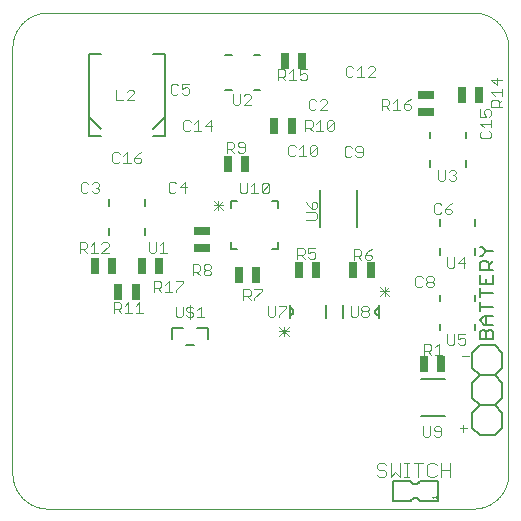
<source format=gto>
G75*
%MOIN*%
%OFA0B0*%
%FSLAX25Y25*%
%IPPOS*%
%LPD*%
%AMOC8*
5,1,8,0,0,1.08239X$1,22.5*
%
%ADD10C,0.00000*%
%ADD11C,0.00300*%
%ADD12C,0.00600*%
%ADD13C,0.00500*%
%ADD14C,0.00400*%
%ADD15R,0.02559X0.05512*%
%ADD16R,0.05512X0.02559*%
%ADD17C,0.00800*%
%ADD18C,0.00100*%
D10*
X0001000Y0012811D02*
X0001000Y0154543D01*
X0001003Y0154828D01*
X0001014Y0155114D01*
X0001031Y0155399D01*
X0001055Y0155683D01*
X0001086Y0155967D01*
X0001124Y0156250D01*
X0001169Y0156531D01*
X0001220Y0156812D01*
X0001278Y0157092D01*
X0001343Y0157370D01*
X0001415Y0157646D01*
X0001493Y0157920D01*
X0001578Y0158193D01*
X0001670Y0158463D01*
X0001768Y0158731D01*
X0001872Y0158997D01*
X0001983Y0159260D01*
X0002100Y0159520D01*
X0002223Y0159778D01*
X0002353Y0160032D01*
X0002489Y0160283D01*
X0002630Y0160531D01*
X0002778Y0160775D01*
X0002931Y0161016D01*
X0003091Y0161252D01*
X0003256Y0161485D01*
X0003426Y0161714D01*
X0003602Y0161939D01*
X0003784Y0162159D01*
X0003970Y0162375D01*
X0004162Y0162586D01*
X0004359Y0162793D01*
X0004561Y0162995D01*
X0004768Y0163192D01*
X0004979Y0163384D01*
X0005195Y0163570D01*
X0005415Y0163752D01*
X0005640Y0163928D01*
X0005869Y0164098D01*
X0006102Y0164263D01*
X0006338Y0164423D01*
X0006579Y0164576D01*
X0006823Y0164724D01*
X0007071Y0164865D01*
X0007322Y0165001D01*
X0007576Y0165131D01*
X0007834Y0165254D01*
X0008094Y0165371D01*
X0008357Y0165482D01*
X0008623Y0165586D01*
X0008891Y0165684D01*
X0009161Y0165776D01*
X0009434Y0165861D01*
X0009708Y0165939D01*
X0009984Y0166011D01*
X0010262Y0166076D01*
X0010542Y0166134D01*
X0010823Y0166185D01*
X0011104Y0166230D01*
X0011387Y0166268D01*
X0011671Y0166299D01*
X0011955Y0166323D01*
X0012240Y0166340D01*
X0012526Y0166351D01*
X0012811Y0166354D01*
X0154543Y0166354D01*
X0154828Y0166351D01*
X0155114Y0166340D01*
X0155399Y0166323D01*
X0155683Y0166299D01*
X0155967Y0166268D01*
X0156250Y0166230D01*
X0156531Y0166185D01*
X0156812Y0166134D01*
X0157092Y0166076D01*
X0157370Y0166011D01*
X0157646Y0165939D01*
X0157920Y0165861D01*
X0158193Y0165776D01*
X0158463Y0165684D01*
X0158731Y0165586D01*
X0158997Y0165482D01*
X0159260Y0165371D01*
X0159520Y0165254D01*
X0159778Y0165131D01*
X0160032Y0165001D01*
X0160283Y0164865D01*
X0160531Y0164724D01*
X0160775Y0164576D01*
X0161016Y0164423D01*
X0161252Y0164263D01*
X0161485Y0164098D01*
X0161714Y0163928D01*
X0161939Y0163752D01*
X0162159Y0163570D01*
X0162375Y0163384D01*
X0162586Y0163192D01*
X0162793Y0162995D01*
X0162995Y0162793D01*
X0163192Y0162586D01*
X0163384Y0162375D01*
X0163570Y0162159D01*
X0163752Y0161939D01*
X0163928Y0161714D01*
X0164098Y0161485D01*
X0164263Y0161252D01*
X0164423Y0161016D01*
X0164576Y0160775D01*
X0164724Y0160531D01*
X0164865Y0160283D01*
X0165001Y0160032D01*
X0165131Y0159778D01*
X0165254Y0159520D01*
X0165371Y0159260D01*
X0165482Y0158997D01*
X0165586Y0158731D01*
X0165684Y0158463D01*
X0165776Y0158193D01*
X0165861Y0157920D01*
X0165939Y0157646D01*
X0166011Y0157370D01*
X0166076Y0157092D01*
X0166134Y0156812D01*
X0166185Y0156531D01*
X0166230Y0156250D01*
X0166268Y0155967D01*
X0166299Y0155683D01*
X0166323Y0155399D01*
X0166340Y0155114D01*
X0166351Y0154828D01*
X0166354Y0154543D01*
X0166354Y0012811D01*
X0166351Y0012526D01*
X0166340Y0012240D01*
X0166323Y0011955D01*
X0166299Y0011671D01*
X0166268Y0011387D01*
X0166230Y0011104D01*
X0166185Y0010823D01*
X0166134Y0010542D01*
X0166076Y0010262D01*
X0166011Y0009984D01*
X0165939Y0009708D01*
X0165861Y0009434D01*
X0165776Y0009161D01*
X0165684Y0008891D01*
X0165586Y0008623D01*
X0165482Y0008357D01*
X0165371Y0008094D01*
X0165254Y0007834D01*
X0165131Y0007576D01*
X0165001Y0007322D01*
X0164865Y0007071D01*
X0164724Y0006823D01*
X0164576Y0006579D01*
X0164423Y0006338D01*
X0164263Y0006102D01*
X0164098Y0005869D01*
X0163928Y0005640D01*
X0163752Y0005415D01*
X0163570Y0005195D01*
X0163384Y0004979D01*
X0163192Y0004768D01*
X0162995Y0004561D01*
X0162793Y0004359D01*
X0162586Y0004162D01*
X0162375Y0003970D01*
X0162159Y0003784D01*
X0161939Y0003602D01*
X0161714Y0003426D01*
X0161485Y0003256D01*
X0161252Y0003091D01*
X0161016Y0002931D01*
X0160775Y0002778D01*
X0160531Y0002630D01*
X0160283Y0002489D01*
X0160032Y0002353D01*
X0159778Y0002223D01*
X0159520Y0002100D01*
X0159260Y0001983D01*
X0158997Y0001872D01*
X0158731Y0001768D01*
X0158463Y0001670D01*
X0158193Y0001578D01*
X0157920Y0001493D01*
X0157646Y0001415D01*
X0157370Y0001343D01*
X0157092Y0001278D01*
X0156812Y0001220D01*
X0156531Y0001169D01*
X0156250Y0001124D01*
X0155967Y0001086D01*
X0155683Y0001055D01*
X0155399Y0001031D01*
X0155114Y0001014D01*
X0154828Y0001003D01*
X0154543Y0001000D01*
X0012811Y0001000D01*
X0012526Y0001003D01*
X0012240Y0001014D01*
X0011955Y0001031D01*
X0011671Y0001055D01*
X0011387Y0001086D01*
X0011104Y0001124D01*
X0010823Y0001169D01*
X0010542Y0001220D01*
X0010262Y0001278D01*
X0009984Y0001343D01*
X0009708Y0001415D01*
X0009434Y0001493D01*
X0009161Y0001578D01*
X0008891Y0001670D01*
X0008623Y0001768D01*
X0008357Y0001872D01*
X0008094Y0001983D01*
X0007834Y0002100D01*
X0007576Y0002223D01*
X0007322Y0002353D01*
X0007071Y0002489D01*
X0006823Y0002630D01*
X0006579Y0002778D01*
X0006338Y0002931D01*
X0006102Y0003091D01*
X0005869Y0003256D01*
X0005640Y0003426D01*
X0005415Y0003602D01*
X0005195Y0003784D01*
X0004979Y0003970D01*
X0004768Y0004162D01*
X0004561Y0004359D01*
X0004359Y0004561D01*
X0004162Y0004768D01*
X0003970Y0004979D01*
X0003784Y0005195D01*
X0003602Y0005415D01*
X0003426Y0005640D01*
X0003256Y0005869D01*
X0003091Y0006102D01*
X0002931Y0006338D01*
X0002778Y0006579D01*
X0002630Y0006823D01*
X0002489Y0007071D01*
X0002353Y0007322D01*
X0002223Y0007576D01*
X0002100Y0007834D01*
X0001983Y0008094D01*
X0001872Y0008357D01*
X0001768Y0008623D01*
X0001670Y0008891D01*
X0001578Y0009161D01*
X0001493Y0009434D01*
X0001415Y0009708D01*
X0001343Y0009984D01*
X0001278Y0010262D01*
X0001220Y0010542D01*
X0001169Y0010823D01*
X0001124Y0011104D01*
X0001086Y0011387D01*
X0001055Y0011671D01*
X0001031Y0011955D01*
X0001014Y0012240D01*
X0001003Y0012526D01*
X0001000Y0012811D01*
D11*
X0034838Y0066174D02*
X0034838Y0069814D01*
X0036658Y0069814D01*
X0037265Y0069207D01*
X0037265Y0067994D01*
X0036658Y0067387D01*
X0034838Y0067387D01*
X0036052Y0067387D02*
X0037265Y0066174D01*
X0038463Y0066174D02*
X0040890Y0066174D01*
X0042089Y0066174D02*
X0044515Y0066174D01*
X0043302Y0066174D02*
X0043302Y0069814D01*
X0042089Y0068600D01*
X0039677Y0069814D02*
X0039677Y0066174D01*
X0038463Y0068600D02*
X0039677Y0069814D01*
X0048224Y0073260D02*
X0048224Y0076900D01*
X0050044Y0076900D01*
X0050651Y0076294D01*
X0050651Y0075080D01*
X0050044Y0074474D01*
X0048224Y0074474D01*
X0049437Y0074474D02*
X0050651Y0073260D01*
X0051849Y0073260D02*
X0054276Y0073260D01*
X0055474Y0073260D02*
X0055474Y0073867D01*
X0057901Y0076294D01*
X0057901Y0076900D01*
X0055474Y0076900D01*
X0053063Y0076900D02*
X0053063Y0073260D01*
X0051849Y0075687D02*
X0053063Y0076900D01*
X0061100Y0078733D02*
X0061100Y0082373D01*
X0062920Y0082373D01*
X0063526Y0081766D01*
X0063526Y0080553D01*
X0062920Y0079946D01*
X0061100Y0079946D01*
X0062313Y0079946D02*
X0063526Y0078733D01*
X0064725Y0079339D02*
X0064725Y0079946D01*
X0065331Y0080553D01*
X0066545Y0080553D01*
X0067152Y0079946D01*
X0067152Y0079339D01*
X0066545Y0078733D01*
X0065331Y0078733D01*
X0064725Y0079339D01*
X0065331Y0080553D02*
X0064725Y0081159D01*
X0064725Y0081766D01*
X0065331Y0082373D01*
X0066545Y0082373D01*
X0067152Y0081766D01*
X0067152Y0081159D01*
X0066545Y0080553D01*
X0077989Y0074144D02*
X0077989Y0070504D01*
X0077989Y0071718D02*
X0079809Y0071718D01*
X0080416Y0072324D01*
X0080416Y0073538D01*
X0079809Y0074144D01*
X0077989Y0074144D01*
X0079203Y0071718D02*
X0080416Y0070504D01*
X0081615Y0070504D02*
X0081615Y0071111D01*
X0084041Y0073538D01*
X0084041Y0074144D01*
X0081615Y0074144D01*
X0089955Y0061634D02*
X0093091Y0058498D01*
X0091523Y0058498D02*
X0091523Y0061634D01*
X0093091Y0061634D02*
X0089955Y0058498D01*
X0089955Y0060066D02*
X0093091Y0060066D01*
X0095950Y0084221D02*
X0095950Y0087861D01*
X0097770Y0087861D01*
X0098377Y0087254D01*
X0098377Y0086041D01*
X0097770Y0085434D01*
X0095950Y0085434D01*
X0097163Y0085434D02*
X0098377Y0084221D01*
X0099575Y0084828D02*
X0100182Y0084221D01*
X0101395Y0084221D01*
X0102002Y0084828D01*
X0102002Y0086041D01*
X0101395Y0086648D01*
X0100789Y0086648D01*
X0099575Y0086041D01*
X0099575Y0087861D01*
X0102002Y0087861D01*
X0114848Y0087467D02*
X0114848Y0083827D01*
X0114848Y0085041D02*
X0116668Y0085041D01*
X0117274Y0085647D01*
X0117274Y0086861D01*
X0116668Y0087467D01*
X0114848Y0087467D01*
X0116061Y0085041D02*
X0117274Y0083827D01*
X0118473Y0084434D02*
X0119080Y0083827D01*
X0120293Y0083827D01*
X0120900Y0084434D01*
X0120900Y0085041D01*
X0120293Y0085647D01*
X0118473Y0085647D01*
X0118473Y0084434D01*
X0118473Y0085647D02*
X0119686Y0086861D01*
X0120900Y0087467D01*
X0123476Y0074998D02*
X0126612Y0071862D01*
X0126612Y0073430D02*
X0123476Y0073430D01*
X0123476Y0071862D02*
X0126612Y0074998D01*
X0125044Y0074998D02*
X0125044Y0071862D01*
X0135363Y0075442D02*
X0135970Y0074835D01*
X0137184Y0074835D01*
X0137790Y0075442D01*
X0138989Y0075442D02*
X0139595Y0074835D01*
X0140809Y0074835D01*
X0141415Y0075442D01*
X0141415Y0076048D01*
X0140809Y0076655D01*
X0139595Y0076655D01*
X0138989Y0077262D01*
X0138989Y0077868D01*
X0139595Y0078475D01*
X0140809Y0078475D01*
X0141415Y0077868D01*
X0141415Y0077262D01*
X0140809Y0076655D01*
X0139595Y0076655D02*
X0138989Y0076048D01*
X0138989Y0075442D01*
X0137790Y0077868D02*
X0137184Y0078475D01*
X0135970Y0078475D01*
X0135363Y0077868D01*
X0135363Y0075442D01*
X0138241Y0055948D02*
X0140061Y0055948D01*
X0140668Y0055341D01*
X0140668Y0054128D01*
X0140061Y0053521D01*
X0138241Y0053521D01*
X0138241Y0052307D02*
X0138241Y0055948D01*
X0139455Y0053521D02*
X0140668Y0052307D01*
X0141867Y0052307D02*
X0144293Y0052307D01*
X0143080Y0052307D02*
X0143080Y0055948D01*
X0141867Y0054734D01*
X0150912Y0051789D02*
X0153339Y0051789D01*
X0151338Y0028987D02*
X0151338Y0026560D01*
X0150125Y0027773D02*
X0152552Y0027773D01*
X0147021Y0099119D02*
X0147628Y0099725D01*
X0147628Y0100332D01*
X0147021Y0100939D01*
X0145201Y0100939D01*
X0145201Y0099725D01*
X0145808Y0099119D01*
X0147021Y0099119D01*
X0145201Y0100939D02*
X0146415Y0102152D01*
X0147628Y0102759D01*
X0144003Y0102152D02*
X0143396Y0102759D01*
X0142183Y0102759D01*
X0141576Y0102152D01*
X0141576Y0099725D01*
X0142183Y0099119D01*
X0143396Y0099119D01*
X0144003Y0099725D01*
X0157525Y0124409D02*
X0156919Y0125016D01*
X0156919Y0126229D01*
X0157525Y0126836D01*
X0158132Y0128034D02*
X0156919Y0129248D01*
X0160559Y0129248D01*
X0160559Y0130461D02*
X0160559Y0128034D01*
X0159952Y0126836D02*
X0160559Y0126229D01*
X0160559Y0125016D01*
X0159952Y0124409D01*
X0157525Y0124409D01*
X0156919Y0131659D02*
X0158739Y0131659D01*
X0158132Y0132873D01*
X0158132Y0133479D01*
X0158739Y0134086D01*
X0159952Y0134086D01*
X0160559Y0133479D01*
X0160559Y0132266D01*
X0159952Y0131659D01*
X0156919Y0131659D02*
X0156919Y0134086D01*
X0160659Y0134933D02*
X0160659Y0136753D01*
X0161265Y0137359D01*
X0162479Y0137359D01*
X0163085Y0136753D01*
X0163085Y0134933D01*
X0163085Y0136146D02*
X0164299Y0137359D01*
X0164299Y0138558D02*
X0164299Y0140985D01*
X0164299Y0139771D02*
X0160659Y0139771D01*
X0161872Y0138558D01*
X0162479Y0142183D02*
X0162479Y0144610D01*
X0164299Y0144003D02*
X0160659Y0144003D01*
X0162479Y0142183D01*
X0164299Y0134933D02*
X0160659Y0134933D01*
X0133885Y0135104D02*
X0133279Y0135710D01*
X0131459Y0135710D01*
X0131459Y0134497D01*
X0132065Y0133890D01*
X0133279Y0133890D01*
X0133885Y0134497D01*
X0133885Y0135104D01*
X0132672Y0136924D02*
X0131459Y0135710D01*
X0132672Y0136924D02*
X0133885Y0137530D01*
X0129047Y0137530D02*
X0129047Y0133890D01*
X0130260Y0133890D02*
X0127833Y0133890D01*
X0126635Y0133890D02*
X0125422Y0135104D01*
X0126028Y0135104D02*
X0124208Y0135104D01*
X0124208Y0133890D02*
X0124208Y0137530D01*
X0126028Y0137530D01*
X0126635Y0136924D01*
X0126635Y0135710D01*
X0126028Y0135104D01*
X0127833Y0136317D02*
X0129047Y0137530D01*
X0121881Y0144788D02*
X0119455Y0144788D01*
X0121881Y0147215D01*
X0121881Y0147821D01*
X0121275Y0148428D01*
X0120061Y0148428D01*
X0119455Y0147821D01*
X0117043Y0148428D02*
X0117043Y0144788D01*
X0115830Y0144788D02*
X0118256Y0144788D01*
X0115830Y0147215D02*
X0117043Y0148428D01*
X0114631Y0147821D02*
X0114024Y0148428D01*
X0112811Y0148428D01*
X0112204Y0147821D01*
X0112204Y0145394D01*
X0112811Y0144788D01*
X0114024Y0144788D01*
X0114631Y0145394D01*
X0105896Y0136798D02*
X0105289Y0137404D01*
X0104076Y0137404D01*
X0103469Y0136798D01*
X0102270Y0136798D02*
X0101664Y0137404D01*
X0100450Y0137404D01*
X0099844Y0136798D01*
X0099844Y0134371D01*
X0100450Y0133764D01*
X0101664Y0133764D01*
X0102270Y0134371D01*
X0103469Y0133764D02*
X0105896Y0136191D01*
X0105896Y0136798D01*
X0105896Y0133764D02*
X0103469Y0133764D01*
X0103456Y0130444D02*
X0103456Y0126804D01*
X0102243Y0126804D02*
X0104670Y0126804D01*
X0105868Y0127410D02*
X0108295Y0129837D01*
X0108295Y0127410D01*
X0107688Y0126804D01*
X0106475Y0126804D01*
X0105868Y0127410D01*
X0105868Y0129837D01*
X0106475Y0130444D01*
X0107688Y0130444D01*
X0108295Y0129837D01*
X0103456Y0130444D02*
X0102243Y0129230D01*
X0101045Y0128624D02*
X0100438Y0128017D01*
X0098618Y0128017D01*
X0099831Y0128017D02*
X0101045Y0126804D01*
X0101045Y0128624D02*
X0101045Y0129837D01*
X0100438Y0130444D01*
X0098618Y0130444D01*
X0098618Y0126804D01*
X0097791Y0122089D02*
X0096578Y0120876D01*
X0095379Y0121483D02*
X0094772Y0122089D01*
X0093559Y0122089D01*
X0092952Y0121483D01*
X0092952Y0119056D01*
X0093559Y0118449D01*
X0094772Y0118449D01*
X0095379Y0119056D01*
X0096578Y0118449D02*
X0099004Y0118449D01*
X0097791Y0118449D02*
X0097791Y0122089D01*
X0100203Y0121483D02*
X0100203Y0119056D01*
X0102629Y0121483D01*
X0102629Y0119056D01*
X0102023Y0118449D01*
X0100809Y0118449D01*
X0100203Y0119056D01*
X0100203Y0121483D02*
X0100809Y0122089D01*
X0102023Y0122089D01*
X0102629Y0121483D01*
X0111702Y0121176D02*
X0111702Y0118749D01*
X0112309Y0118142D01*
X0113522Y0118142D01*
X0114129Y0118749D01*
X0115327Y0118749D02*
X0115934Y0118142D01*
X0117147Y0118142D01*
X0117754Y0118749D01*
X0117754Y0121176D01*
X0117147Y0121782D01*
X0115934Y0121782D01*
X0115327Y0121176D01*
X0115327Y0120569D01*
X0115934Y0119962D01*
X0117754Y0119962D01*
X0114129Y0121176D02*
X0113522Y0121782D01*
X0112309Y0121782D01*
X0111702Y0121176D01*
X0098633Y0143733D02*
X0097420Y0143733D01*
X0096813Y0144339D01*
X0096813Y0145553D02*
X0098026Y0146159D01*
X0098633Y0146159D01*
X0099240Y0145553D01*
X0099240Y0144339D01*
X0098633Y0143733D01*
X0096813Y0145553D02*
X0096813Y0147373D01*
X0099240Y0147373D01*
X0094401Y0147373D02*
X0094401Y0143733D01*
X0093188Y0143733D02*
X0095615Y0143733D01*
X0093188Y0146159D02*
X0094401Y0147373D01*
X0091989Y0146766D02*
X0091989Y0145553D01*
X0091383Y0144946D01*
X0089563Y0144946D01*
X0090776Y0144946D02*
X0091989Y0143733D01*
X0089563Y0143733D02*
X0089563Y0147373D01*
X0091383Y0147373D01*
X0091989Y0146766D01*
X0077899Y0123270D02*
X0076686Y0123270D01*
X0076079Y0122664D01*
X0076079Y0122057D01*
X0076686Y0121450D01*
X0078506Y0121450D01*
X0078506Y0120237D02*
X0078506Y0122664D01*
X0077899Y0123270D01*
X0074881Y0122664D02*
X0074881Y0121450D01*
X0074274Y0120844D01*
X0072454Y0120844D01*
X0073667Y0120844D02*
X0074881Y0119630D01*
X0076079Y0120237D02*
X0076686Y0119630D01*
X0077899Y0119630D01*
X0078506Y0120237D01*
X0074881Y0122664D02*
X0074274Y0123270D01*
X0072454Y0123270D01*
X0072454Y0119630D01*
X0067031Y0126804D02*
X0067031Y0130444D01*
X0065211Y0128624D01*
X0067637Y0128624D01*
X0064012Y0126804D02*
X0061585Y0126804D01*
X0062799Y0126804D02*
X0062799Y0130444D01*
X0061585Y0129230D01*
X0060387Y0129837D02*
X0059780Y0130444D01*
X0058567Y0130444D01*
X0057960Y0129837D01*
X0057960Y0127410D01*
X0058567Y0126804D01*
X0059780Y0126804D01*
X0060387Y0127410D01*
X0059313Y0139008D02*
X0058099Y0139008D01*
X0057493Y0139615D01*
X0056294Y0139615D02*
X0055687Y0139008D01*
X0054474Y0139008D01*
X0053867Y0139615D01*
X0053867Y0142042D01*
X0054474Y0142648D01*
X0055687Y0142648D01*
X0056294Y0142042D01*
X0057493Y0142648D02*
X0057493Y0140828D01*
X0058706Y0141435D01*
X0059313Y0141435D01*
X0059919Y0140828D01*
X0059919Y0139615D01*
X0059313Y0139008D01*
X0059919Y0142648D02*
X0057493Y0142648D01*
X0044015Y0119814D02*
X0042802Y0119207D01*
X0041589Y0117994D01*
X0043409Y0117994D01*
X0044015Y0117387D01*
X0044015Y0116780D01*
X0043409Y0116174D01*
X0042195Y0116174D01*
X0041589Y0116780D01*
X0041589Y0117994D01*
X0040390Y0116174D02*
X0037963Y0116174D01*
X0039177Y0116174D02*
X0039177Y0119814D01*
X0037963Y0118600D01*
X0036765Y0119207D02*
X0036158Y0119814D01*
X0034945Y0119814D01*
X0034338Y0119207D01*
X0034338Y0116780D01*
X0034945Y0116174D01*
X0036158Y0116174D01*
X0036765Y0116780D01*
X0029305Y0109845D02*
X0029911Y0109239D01*
X0029911Y0108632D01*
X0029305Y0108025D01*
X0029911Y0107418D01*
X0029911Y0106812D01*
X0029305Y0106205D01*
X0028091Y0106205D01*
X0027485Y0106812D01*
X0026286Y0106812D02*
X0025680Y0106205D01*
X0024466Y0106205D01*
X0023859Y0106812D01*
X0023859Y0109239D01*
X0024466Y0109845D01*
X0025680Y0109845D01*
X0026286Y0109239D01*
X0027485Y0109239D02*
X0028091Y0109845D01*
X0029305Y0109845D01*
X0029305Y0108025D02*
X0028698Y0108025D01*
X0028259Y0089892D02*
X0028259Y0086252D01*
X0027046Y0086252D02*
X0029473Y0086252D01*
X0030671Y0086252D02*
X0033098Y0088679D01*
X0033098Y0089286D01*
X0032491Y0089892D01*
X0031278Y0089892D01*
X0030671Y0089286D01*
X0028259Y0089892D02*
X0027046Y0088679D01*
X0025848Y0089286D02*
X0025848Y0088072D01*
X0025241Y0087466D01*
X0023421Y0087466D01*
X0024634Y0087466D02*
X0025848Y0086252D01*
X0023421Y0086252D02*
X0023421Y0089892D01*
X0025241Y0089892D01*
X0025848Y0089286D01*
X0030671Y0086252D02*
X0033098Y0086252D01*
X0053687Y0106331D02*
X0053080Y0106938D01*
X0053080Y0109365D01*
X0053687Y0109971D01*
X0054900Y0109971D01*
X0055507Y0109365D01*
X0056705Y0108151D02*
X0059132Y0108151D01*
X0058525Y0106331D02*
X0058525Y0109971D01*
X0056705Y0108151D01*
X0055507Y0106938D02*
X0054900Y0106331D01*
X0053687Y0106331D01*
X0068059Y0103658D02*
X0071195Y0100522D01*
X0071195Y0102090D02*
X0068059Y0102090D01*
X0068059Y0100522D02*
X0071195Y0103658D01*
X0069627Y0103658D02*
X0069627Y0100522D01*
D12*
X0073809Y0101188D02*
X0073809Y0103388D01*
X0076009Y0103388D01*
X0087409Y0103388D02*
X0089609Y0103388D01*
X0089609Y0101188D01*
X0089609Y0089788D02*
X0089609Y0087588D01*
X0087409Y0087588D01*
X0076009Y0087588D02*
X0073809Y0087588D01*
X0073809Y0089788D01*
X0093425Y0068848D02*
X0093425Y0067948D01*
X0093425Y0065548D01*
X0093425Y0064648D01*
X0093425Y0065548D02*
X0093494Y0065550D01*
X0093562Y0065556D01*
X0093630Y0065566D01*
X0093697Y0065579D01*
X0093763Y0065597D01*
X0093828Y0065618D01*
X0093892Y0065643D01*
X0093954Y0065671D01*
X0094015Y0065703D01*
X0094074Y0065738D01*
X0094130Y0065777D01*
X0094185Y0065819D01*
X0094236Y0065864D01*
X0094286Y0065912D01*
X0094332Y0065962D01*
X0094375Y0066015D01*
X0094416Y0066071D01*
X0094453Y0066128D01*
X0094486Y0066188D01*
X0094517Y0066250D01*
X0094543Y0066313D01*
X0094566Y0066377D01*
X0094586Y0066443D01*
X0094601Y0066510D01*
X0094613Y0066577D01*
X0094621Y0066645D01*
X0094625Y0066714D01*
X0094625Y0066782D01*
X0094621Y0066851D01*
X0094613Y0066919D01*
X0094601Y0066986D01*
X0094586Y0067053D01*
X0094566Y0067119D01*
X0094543Y0067183D01*
X0094517Y0067246D01*
X0094486Y0067308D01*
X0094453Y0067368D01*
X0094416Y0067425D01*
X0094375Y0067481D01*
X0094332Y0067534D01*
X0094286Y0067584D01*
X0094236Y0067632D01*
X0094185Y0067677D01*
X0094130Y0067719D01*
X0094074Y0067758D01*
X0094015Y0067793D01*
X0093954Y0067825D01*
X0093892Y0067853D01*
X0093828Y0067878D01*
X0093763Y0067899D01*
X0093697Y0067917D01*
X0093630Y0067930D01*
X0093562Y0067940D01*
X0093494Y0067946D01*
X0093425Y0067948D01*
X0105425Y0068848D02*
X0105425Y0064648D01*
X0111142Y0064648D02*
X0111142Y0068848D01*
X0123142Y0068848D02*
X0123142Y0067948D01*
X0123142Y0065548D01*
X0123142Y0064648D01*
X0123142Y0065548D02*
X0123073Y0065550D01*
X0123005Y0065556D01*
X0122937Y0065566D01*
X0122870Y0065579D01*
X0122804Y0065597D01*
X0122739Y0065618D01*
X0122675Y0065643D01*
X0122613Y0065671D01*
X0122552Y0065703D01*
X0122493Y0065738D01*
X0122437Y0065777D01*
X0122382Y0065819D01*
X0122331Y0065864D01*
X0122281Y0065912D01*
X0122235Y0065962D01*
X0122192Y0066015D01*
X0122151Y0066071D01*
X0122114Y0066128D01*
X0122081Y0066188D01*
X0122050Y0066250D01*
X0122024Y0066313D01*
X0122001Y0066377D01*
X0121981Y0066443D01*
X0121966Y0066510D01*
X0121954Y0066577D01*
X0121946Y0066645D01*
X0121942Y0066714D01*
X0121942Y0066782D01*
X0121946Y0066851D01*
X0121954Y0066919D01*
X0121966Y0066986D01*
X0121981Y0067053D01*
X0122001Y0067119D01*
X0122024Y0067183D01*
X0122050Y0067246D01*
X0122081Y0067308D01*
X0122114Y0067368D01*
X0122151Y0067425D01*
X0122192Y0067481D01*
X0122235Y0067534D01*
X0122281Y0067584D01*
X0122331Y0067632D01*
X0122382Y0067677D01*
X0122437Y0067719D01*
X0122493Y0067758D01*
X0122552Y0067793D01*
X0122613Y0067825D01*
X0122675Y0067853D01*
X0122739Y0067878D01*
X0122804Y0067899D01*
X0122870Y0067917D01*
X0122937Y0067930D01*
X0123005Y0067940D01*
X0123073Y0067946D01*
X0123142Y0067948D01*
X0143525Y0070054D02*
X0143525Y0072254D01*
X0143525Y0062654D02*
X0143525Y0060454D01*
X0155325Y0060454D02*
X0155325Y0062654D01*
X0155325Y0070054D02*
X0155325Y0072254D01*
X0155325Y0085651D02*
X0155325Y0087851D01*
X0155325Y0095251D02*
X0155325Y0097451D01*
X0143525Y0097451D02*
X0143525Y0095251D01*
X0143525Y0087851D02*
X0143525Y0085651D01*
X0115861Y0094800D02*
X0115861Y0107200D01*
X0103461Y0107200D02*
X0103461Y0094800D01*
X0140336Y0114864D02*
X0140336Y0117064D01*
X0140336Y0124464D02*
X0140336Y0126664D01*
X0152136Y0126664D02*
X0152136Y0124464D01*
X0152136Y0117064D02*
X0152136Y0114864D01*
X0156768Y0055370D02*
X0161768Y0055370D01*
X0164268Y0052870D01*
X0164268Y0047870D01*
X0161768Y0045370D01*
X0164268Y0042870D01*
X0164268Y0037870D01*
X0161768Y0035370D01*
X0164268Y0032870D01*
X0164268Y0027870D01*
X0161768Y0025370D01*
X0156768Y0025370D01*
X0154268Y0027870D01*
X0154268Y0032870D01*
X0156768Y0035370D01*
X0154268Y0037870D01*
X0154268Y0042870D01*
X0156768Y0045370D01*
X0154268Y0047870D01*
X0154268Y0052870D01*
X0156768Y0055370D01*
X0156768Y0045370D02*
X0161768Y0045370D01*
X0161768Y0035370D02*
X0156768Y0035370D01*
X0145257Y0031908D02*
X0137057Y0031908D01*
X0137057Y0044108D02*
X0145257Y0044108D01*
X0066291Y0057480D02*
X0066291Y0061280D01*
X0062691Y0061280D01*
X0057891Y0061280D02*
X0054291Y0061280D01*
X0054291Y0057480D01*
X0058991Y0055680D02*
X0061591Y0055680D01*
X0045089Y0092344D02*
X0045089Y0094544D01*
X0045089Y0101944D02*
X0045089Y0104144D01*
X0033289Y0104144D02*
X0033289Y0101944D01*
X0033289Y0094544D02*
X0033289Y0092344D01*
X0030389Y0125195D02*
X0026389Y0125195D01*
X0026389Y0152395D01*
X0030389Y0152395D01*
X0047989Y0152395D02*
X0051989Y0152395D01*
X0051989Y0125195D01*
X0047989Y0125195D01*
X0047989Y0127595D02*
X0051989Y0131595D01*
X0071872Y0140376D02*
X0074072Y0140376D01*
X0081472Y0140376D02*
X0083672Y0140376D01*
X0083672Y0152176D02*
X0081472Y0152176D01*
X0074072Y0152176D02*
X0071872Y0152176D01*
X0030389Y0127595D02*
X0026389Y0131595D01*
D13*
X0156763Y0088230D02*
X0157513Y0088230D01*
X0159015Y0086728D01*
X0161267Y0086728D01*
X0159015Y0086728D02*
X0157513Y0085227D01*
X0156763Y0085227D01*
X0157513Y0083626D02*
X0156763Y0082875D01*
X0156763Y0080623D01*
X0161267Y0080623D01*
X0159765Y0080623D02*
X0159765Y0082875D01*
X0159015Y0083626D01*
X0157513Y0083626D01*
X0159765Y0082124D02*
X0161267Y0083626D01*
X0161267Y0079022D02*
X0161267Y0076019D01*
X0156763Y0076019D01*
X0156763Y0079022D01*
X0159015Y0077521D02*
X0159015Y0076019D01*
X0156763Y0074418D02*
X0156763Y0071415D01*
X0156763Y0072917D02*
X0161267Y0072917D01*
X0161267Y0068313D02*
X0156763Y0068313D01*
X0156763Y0069814D02*
X0156763Y0066811D01*
X0158264Y0065210D02*
X0156763Y0063709D01*
X0158264Y0062207D01*
X0161267Y0062207D01*
X0160516Y0060606D02*
X0161267Y0059855D01*
X0161267Y0057604D01*
X0156763Y0057604D01*
X0156763Y0059855D01*
X0157513Y0060606D01*
X0158264Y0060606D01*
X0159015Y0059855D01*
X0159015Y0057604D01*
X0159015Y0059855D02*
X0159765Y0060606D01*
X0160516Y0060606D01*
X0159015Y0062207D02*
X0159015Y0065210D01*
X0158264Y0065210D02*
X0161267Y0065210D01*
D14*
X0151983Y0059206D02*
X0149623Y0059206D01*
X0149623Y0057436D01*
X0150803Y0058026D01*
X0151393Y0058026D01*
X0151983Y0057436D01*
X0151983Y0056256D01*
X0151393Y0055666D01*
X0150213Y0055666D01*
X0149623Y0056256D01*
X0148358Y0056256D02*
X0148358Y0059206D01*
X0145998Y0059206D02*
X0145998Y0056256D01*
X0146588Y0055666D01*
X0147768Y0055666D01*
X0148358Y0056256D01*
X0147768Y0081257D02*
X0146588Y0081257D01*
X0145998Y0081847D01*
X0145998Y0084797D01*
X0148358Y0084797D02*
X0148358Y0081847D01*
X0147768Y0081257D01*
X0149623Y0083027D02*
X0151983Y0083027D01*
X0151393Y0081257D02*
X0151393Y0084797D01*
X0149623Y0083027D01*
X0148290Y0110337D02*
X0147110Y0110337D01*
X0146520Y0110927D01*
X0145255Y0110927D02*
X0144665Y0110337D01*
X0143485Y0110337D01*
X0142895Y0110927D01*
X0142895Y0113877D01*
X0145255Y0113877D02*
X0145255Y0110927D01*
X0146520Y0113287D02*
X0147110Y0113877D01*
X0148290Y0113877D01*
X0148880Y0113287D01*
X0148880Y0112697D01*
X0148290Y0112107D01*
X0148880Y0111517D01*
X0148880Y0110927D01*
X0148290Y0110337D01*
X0148290Y0112107D02*
X0147700Y0112107D01*
X0119112Y0068520D02*
X0117932Y0068520D01*
X0117342Y0067930D01*
X0117342Y0067340D01*
X0117932Y0066750D01*
X0119112Y0066750D01*
X0119702Y0066160D01*
X0119702Y0065570D01*
X0119112Y0064980D01*
X0117932Y0064980D01*
X0117342Y0065570D01*
X0117342Y0066160D01*
X0117932Y0066750D01*
X0119112Y0066750D02*
X0119702Y0067340D01*
X0119702Y0067930D01*
X0119112Y0068520D01*
X0116077Y0068520D02*
X0116077Y0065570D01*
X0115487Y0064980D01*
X0114307Y0064980D01*
X0113717Y0065570D01*
X0113717Y0068520D01*
X0092143Y0068520D02*
X0092143Y0067930D01*
X0089783Y0065570D01*
X0089783Y0064980D01*
X0088518Y0065570D02*
X0088518Y0068520D01*
X0089783Y0068520D02*
X0092143Y0068520D01*
X0088518Y0065570D02*
X0087928Y0064980D01*
X0086748Y0064980D01*
X0086158Y0065570D01*
X0086158Y0068520D01*
X0064974Y0064818D02*
X0062614Y0064818D01*
X0063794Y0064818D02*
X0063794Y0068358D01*
X0062614Y0067178D01*
X0061349Y0067768D02*
X0060759Y0068358D01*
X0059579Y0068358D01*
X0058989Y0067768D01*
X0058989Y0067178D01*
X0059579Y0066588D01*
X0060759Y0066588D01*
X0061349Y0065998D01*
X0061349Y0065408D01*
X0060759Y0064818D01*
X0059579Y0064818D01*
X0058989Y0065408D01*
X0057724Y0065408D02*
X0057134Y0064818D01*
X0055954Y0064818D01*
X0055364Y0065408D01*
X0055364Y0068358D01*
X0057724Y0068358D02*
X0057724Y0065408D01*
X0060169Y0064228D02*
X0060169Y0068948D01*
X0052502Y0086361D02*
X0050142Y0086361D01*
X0051322Y0086361D02*
X0051322Y0089901D01*
X0050142Y0088721D01*
X0048877Y0089901D02*
X0048877Y0086951D01*
X0048287Y0086361D01*
X0047107Y0086361D01*
X0046517Y0086951D01*
X0046517Y0089901D01*
X0076869Y0106684D02*
X0077459Y0106094D01*
X0078639Y0106094D01*
X0079229Y0106684D01*
X0079229Y0109635D01*
X0080494Y0108455D02*
X0081674Y0109635D01*
X0081674Y0106094D01*
X0080494Y0106094D02*
X0082854Y0106094D01*
X0084119Y0106684D02*
X0086479Y0109045D01*
X0086479Y0106684D01*
X0085889Y0106094D01*
X0084709Y0106094D01*
X0084119Y0106684D01*
X0084119Y0109045D01*
X0084709Y0109635D01*
X0085889Y0109635D01*
X0086479Y0109045D01*
X0076869Y0109635D02*
X0076869Y0106684D01*
X0098933Y0103346D02*
X0099523Y0102166D01*
X0100703Y0100986D01*
X0100703Y0102756D01*
X0101293Y0103346D01*
X0101883Y0103346D01*
X0102473Y0102756D01*
X0102473Y0101576D01*
X0101883Y0100986D01*
X0100703Y0100986D01*
X0101883Y0099721D02*
X0098933Y0099721D01*
X0098933Y0097361D02*
X0101883Y0097361D01*
X0102473Y0097951D01*
X0102473Y0099131D01*
X0101883Y0099721D01*
X0080455Y0135573D02*
X0078094Y0135573D01*
X0080455Y0137933D01*
X0080455Y0138523D01*
X0079864Y0139113D01*
X0078684Y0139113D01*
X0078094Y0138523D01*
X0076829Y0139113D02*
X0076829Y0136163D01*
X0076239Y0135573D01*
X0075059Y0135573D01*
X0074469Y0136163D01*
X0074469Y0139113D01*
X0041640Y0139414D02*
X0041640Y0140004D01*
X0041050Y0140594D01*
X0039870Y0140594D01*
X0039280Y0140004D01*
X0041640Y0139414D02*
X0039280Y0137054D01*
X0041640Y0137054D01*
X0038015Y0137054D02*
X0035655Y0137054D01*
X0035655Y0140594D01*
X0137912Y0028520D02*
X0137912Y0025570D01*
X0138502Y0024980D01*
X0139682Y0024980D01*
X0140272Y0025570D01*
X0140272Y0028520D01*
X0141537Y0027930D02*
X0141537Y0027340D01*
X0142127Y0026750D01*
X0143897Y0026750D01*
X0143897Y0025570D02*
X0143897Y0027930D01*
X0143307Y0028520D01*
X0142127Y0028520D01*
X0141537Y0027930D01*
X0141537Y0025570D02*
X0142127Y0024980D01*
X0143307Y0024980D01*
X0143897Y0025570D01*
X0143919Y0016198D02*
X0143919Y0011594D01*
X0142384Y0012361D02*
X0141617Y0011594D01*
X0140082Y0011594D01*
X0139315Y0012361D01*
X0139315Y0015430D01*
X0140082Y0016198D01*
X0141617Y0016198D01*
X0142384Y0015430D01*
X0143919Y0013896D02*
X0146988Y0013896D01*
X0146988Y0016198D02*
X0146988Y0011594D01*
X0137780Y0016198D02*
X0134711Y0016198D01*
X0136246Y0016198D02*
X0136246Y0011594D01*
X0133176Y0011594D02*
X0131642Y0011594D01*
X0132409Y0011594D02*
X0132409Y0016198D01*
X0131642Y0016198D02*
X0133176Y0016198D01*
X0130107Y0016198D02*
X0130107Y0011594D01*
X0128572Y0013128D01*
X0127038Y0011594D01*
X0127038Y0016198D01*
X0125503Y0015430D02*
X0124736Y0016198D01*
X0123201Y0016198D01*
X0122434Y0015430D01*
X0122434Y0014663D01*
X0123201Y0013896D01*
X0124736Y0013896D01*
X0125503Y0013128D01*
X0125503Y0012361D01*
X0124736Y0011594D01*
X0123201Y0011594D01*
X0122434Y0012361D01*
D15*
X0138199Y0049065D03*
X0143999Y0049065D03*
X0120456Y0080522D03*
X0114656Y0080522D03*
X0102305Y0080533D03*
X0096505Y0080533D03*
X0082226Y0078959D03*
X0076426Y0078959D03*
X0049943Y0081715D03*
X0044143Y0081715D03*
X0042069Y0073053D03*
X0036269Y0073053D03*
X0034194Y0081715D03*
X0028394Y0081715D03*
X0072806Y0115994D03*
X0078606Y0115994D03*
X0088237Y0128565D03*
X0094037Y0128565D03*
X0091821Y0150207D03*
X0097621Y0150207D03*
X0150876Y0138789D03*
X0156676Y0138789D03*
D16*
X0138801Y0138960D03*
X0138801Y0133160D03*
X0064352Y0093645D03*
X0064352Y0087845D03*
D17*
X0127772Y0010252D02*
X0127772Y0003559D01*
X0133677Y0003559D01*
X0133678Y0003559D02*
X0133714Y0003632D01*
X0133755Y0003703D01*
X0133798Y0003773D01*
X0133845Y0003840D01*
X0133895Y0003905D01*
X0133948Y0003967D01*
X0134003Y0004027D01*
X0134062Y0004084D01*
X0134123Y0004139D01*
X0134187Y0004190D01*
X0134253Y0004239D01*
X0134321Y0004284D01*
X0134391Y0004326D01*
X0134463Y0004365D01*
X0134537Y0004401D01*
X0134612Y0004432D01*
X0134689Y0004461D01*
X0134767Y0004485D01*
X0134846Y0004506D01*
X0134926Y0004523D01*
X0135007Y0004537D01*
X0135088Y0004546D01*
X0135170Y0004552D01*
X0135252Y0004554D01*
X0135334Y0004552D01*
X0135416Y0004546D01*
X0135497Y0004537D01*
X0135578Y0004523D01*
X0135658Y0004506D01*
X0135737Y0004485D01*
X0135815Y0004461D01*
X0135892Y0004432D01*
X0135967Y0004401D01*
X0136041Y0004365D01*
X0136113Y0004326D01*
X0136183Y0004284D01*
X0136251Y0004239D01*
X0136317Y0004190D01*
X0136381Y0004139D01*
X0136442Y0004084D01*
X0136501Y0004027D01*
X0136556Y0003967D01*
X0136609Y0003905D01*
X0136659Y0003840D01*
X0136706Y0003773D01*
X0136749Y0003703D01*
X0136790Y0003632D01*
X0136826Y0003559D01*
X0136827Y0003559D02*
X0142732Y0003559D01*
X0142732Y0010252D01*
X0136827Y0010252D01*
X0136826Y0010252D02*
X0136790Y0010179D01*
X0136749Y0010108D01*
X0136706Y0010038D01*
X0136659Y0009971D01*
X0136609Y0009906D01*
X0136556Y0009844D01*
X0136501Y0009784D01*
X0136442Y0009727D01*
X0136381Y0009672D01*
X0136317Y0009621D01*
X0136251Y0009572D01*
X0136183Y0009527D01*
X0136113Y0009485D01*
X0136041Y0009446D01*
X0135967Y0009410D01*
X0135892Y0009379D01*
X0135815Y0009350D01*
X0135737Y0009326D01*
X0135658Y0009305D01*
X0135578Y0009288D01*
X0135497Y0009274D01*
X0135416Y0009265D01*
X0135334Y0009259D01*
X0135252Y0009257D01*
X0135170Y0009259D01*
X0135088Y0009265D01*
X0135007Y0009274D01*
X0134926Y0009288D01*
X0134846Y0009305D01*
X0134767Y0009326D01*
X0134689Y0009350D01*
X0134612Y0009379D01*
X0134537Y0009410D01*
X0134463Y0009446D01*
X0134391Y0009485D01*
X0134321Y0009527D01*
X0134253Y0009572D01*
X0134187Y0009621D01*
X0134123Y0009672D01*
X0134062Y0009727D01*
X0134003Y0009784D01*
X0133948Y0009844D01*
X0133895Y0009906D01*
X0133845Y0009971D01*
X0133798Y0010038D01*
X0133755Y0010108D01*
X0133714Y0010179D01*
X0133678Y0010252D01*
X0133677Y0010252D02*
X0127772Y0010252D01*
D18*
X0140991Y0004763D02*
X0142092Y0004763D01*
X0142092Y0004396D02*
X0142092Y0005130D01*
X0141358Y0004396D02*
X0140991Y0004763D01*
M02*

</source>
